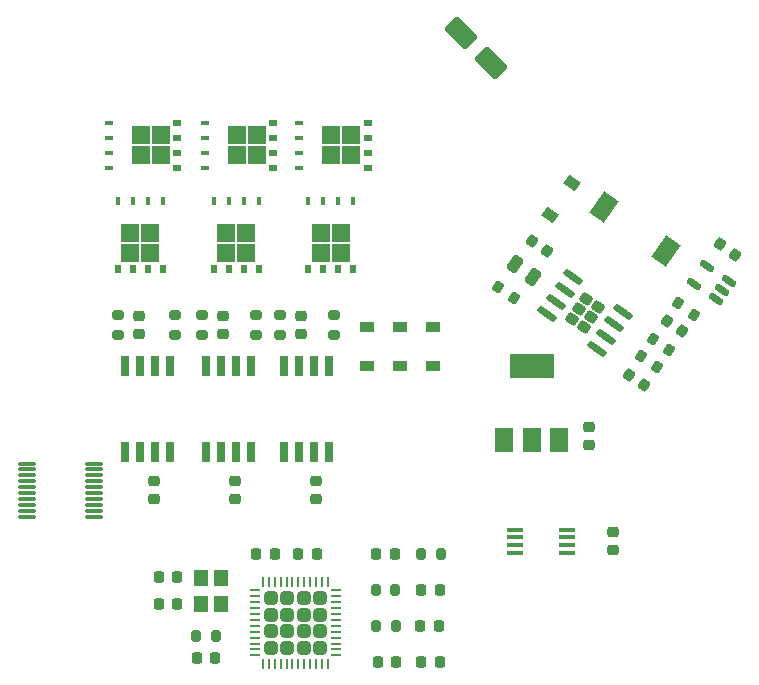
<source format=gbr>
%TF.GenerationSoftware,KiCad,Pcbnew,(6.0.6)*%
%TF.CreationDate,2022-10-05T22:51:16+08:00*%
%TF.ProjectId,rm_foc_driver,726d5f66-6f63-45f6-9472-697665722e6b,rev?*%
%TF.SameCoordinates,Original*%
%TF.FileFunction,Paste,Top*%
%TF.FilePolarity,Positive*%
%FSLAX46Y46*%
G04 Gerber Fmt 4.6, Leading zero omitted, Abs format (unit mm)*
G04 Created by KiCad (PCBNEW (6.0.6)) date 2022-10-05 22:51:16*
%MOMM*%
%LPD*%
G01*
G04 APERTURE LIST*
G04 Aperture macros list*
%AMRoundRect*
0 Rectangle with rounded corners*
0 $1 Rounding radius*
0 $2 $3 $4 $5 $6 $7 $8 $9 X,Y pos of 4 corners*
0 Add a 4 corners polygon primitive as box body*
4,1,4,$2,$3,$4,$5,$6,$7,$8,$9,$2,$3,0*
0 Add four circle primitives for the rounded corners*
1,1,$1+$1,$2,$3*
1,1,$1+$1,$4,$5*
1,1,$1+$1,$6,$7*
1,1,$1+$1,$8,$9*
0 Add four rect primitives between the rounded corners*
20,1,$1+$1,$2,$3,$4,$5,0*
20,1,$1+$1,$4,$5,$6,$7,0*
20,1,$1+$1,$6,$7,$8,$9,0*
20,1,$1+$1,$8,$9,$2,$3,0*%
%AMRotRect*
0 Rectangle, with rotation*
0 The origin of the aperture is its center*
0 $1 length*
0 $2 width*
0 $3 Rotation angle, in degrees counterclockwise*
0 Add horizontal line*
21,1,$1,$2,0,0,$3*%
G04 Aperture macros list end*
%ADD10R,1.200000X0.900000*%
%ADD11R,1.500000X1.500000*%
%ADD12R,0.500000X0.750000*%
%ADD13R,0.400000X0.750000*%
%ADD14RoundRect,0.200000X-0.275000X0.200000X-0.275000X-0.200000X0.275000X-0.200000X0.275000X0.200000X0*%
%ADD15RoundRect,0.200000X0.321564X0.110552X-0.006097X0.339982X-0.321564X-0.110552X0.006097X-0.339982X0*%
%ADD16RoundRect,0.225000X0.225000X0.250000X-0.225000X0.250000X-0.225000X-0.250000X0.225000X-0.250000X0*%
%ADD17RoundRect,0.225000X0.250000X-0.225000X0.250000X0.225000X-0.250000X0.225000X-0.250000X-0.225000X0*%
%ADD18RoundRect,0.075000X-0.662500X-0.075000X0.662500X-0.075000X0.662500X0.075000X-0.662500X0.075000X0*%
%ADD19RoundRect,0.150000X0.505852X-0.171085X-0.333779X0.416831X-0.505852X0.171085X0.333779X-0.416831X0*%
%ADD20R,0.650000X1.700000*%
%ADD21RoundRect,0.200000X-0.200000X-0.275000X0.200000X-0.275000X0.200000X0.275000X-0.200000X0.275000X0*%
%ADD22RoundRect,0.225000X-0.250000X0.225000X-0.250000X-0.225000X0.250000X-0.225000X0.250000X0.225000X0*%
%ADD23R,1.450000X0.450000*%
%ADD24RoundRect,0.250000X0.477237X0.245703X0.067661X0.532491X-0.477237X-0.245703X-0.067661X-0.532491X0*%
%ADD25RoundRect,0.225000X-0.327703X-0.075733X0.040915X-0.333843X0.327703X0.075733X-0.040915X0.333843X0*%
%ADD26RoundRect,0.225000X-0.225000X-0.250000X0.225000X-0.250000X0.225000X0.250000X-0.225000X0.250000X0*%
%ADD27R,0.750000X0.500000*%
%ADD28R,0.750000X0.400000*%
%ADD29RoundRect,0.225000X0.327703X0.075733X-0.040915X0.333843X-0.327703X-0.075733X0.040915X-0.333843X0*%
%ADD30RoundRect,0.222500X-0.371318X-0.011622X0.116077X-0.352900X0.371318X0.011622X-0.116077X0.352900X0*%
%ADD31RoundRect,0.150000X-0.690161X0.300140X0.518088X-0.545885X0.690161X-0.300140X-0.518088X0.545885X0*%
%ADD32RoundRect,0.218750X0.218750X0.256250X-0.218750X0.256250X-0.218750X-0.256250X0.218750X-0.256250X0*%
%ADD33RoundRect,0.200000X-0.321564X-0.110552X0.006097X-0.339982X0.321564X0.110552X-0.006097X0.339982X0*%
%ADD34RoundRect,0.250000X1.131371X-0.353553X-0.353553X1.131371X-1.131371X0.353553X0.353553X-1.131371X0*%
%ADD35RoundRect,0.200000X0.200000X0.275000X-0.200000X0.275000X-0.200000X-0.275000X0.200000X-0.275000X0*%
%ADD36RotRect,0.900000X1.200000X55.000000*%
%ADD37R,1.200000X1.400000*%
%ADD38RoundRect,0.250000X-0.315000X-0.315000X0.315000X-0.315000X0.315000X0.315000X-0.315000X0.315000X0*%
%ADD39RoundRect,0.062500X-0.375000X-0.062500X0.375000X-0.062500X0.375000X0.062500X-0.375000X0.062500X0*%
%ADD40RoundRect,0.062500X-0.062500X-0.375000X0.062500X-0.375000X0.062500X0.375000X-0.062500X0.375000X0*%
%ADD41R,1.500000X2.000000*%
%ADD42R,3.800000X2.000000*%
%ADD43RotRect,1.500000X2.200000X325.000000*%
G04 APERTURE END LIST*
D10*
%TO.C,D4*%
X167386000Y-94870000D03*
X167386000Y-98170000D03*
%TD*%
D11*
%TO.C,Q5*%
X160694000Y-86922000D03*
X160694000Y-88622000D03*
D12*
X160909000Y-90027000D03*
D11*
X162394000Y-86922000D03*
X162394000Y-88622000D03*
D12*
X159639000Y-90027000D03*
X163449000Y-90027000D03*
X162179000Y-90027000D03*
D13*
X163449000Y-84222000D03*
X162179000Y-84222000D03*
X160909000Y-84222000D03*
X159639000Y-84222000D03*
%TD*%
D14*
%TO.C,R13*%
X143510000Y-93917000D03*
X143510000Y-95567000D03*
%TD*%
D15*
%TO.C,R6*%
X177096399Y-92475083D03*
X175744799Y-91528681D03*
%TD*%
D16*
%TO.C,C34*%
X167086000Y-123258000D03*
X165536000Y-123258000D03*
%TD*%
D17*
%TO.C,C14*%
X152400000Y-95517000D03*
X152400000Y-93967000D03*
%TD*%
D18*
%TO.C,U10*%
X135821500Y-106462000D03*
X135821500Y-106962000D03*
X135821500Y-107462000D03*
X135821500Y-107962000D03*
X135821500Y-108462000D03*
X135821500Y-108962000D03*
X135821500Y-109462000D03*
X135821500Y-109962000D03*
X135821500Y-110462000D03*
X135821500Y-110962000D03*
X141546500Y-110962000D03*
X141546500Y-110462000D03*
X141546500Y-109962000D03*
X141546500Y-109462000D03*
X141546500Y-108962000D03*
X141546500Y-108462000D03*
X141546500Y-107962000D03*
X141546500Y-107462000D03*
X141546500Y-106962000D03*
X141546500Y-106462000D03*
%TD*%
D12*
%TO.C,Q1*%
X147320000Y-90027000D03*
D11*
X146265000Y-88622000D03*
X144565000Y-86922000D03*
D12*
X144780000Y-90027000D03*
D11*
X146265000Y-86922000D03*
D12*
X146050000Y-90027000D03*
X143510000Y-90027000D03*
D11*
X144565000Y-88622000D03*
D13*
X147320000Y-84222000D03*
X146050000Y-84222000D03*
X144780000Y-84222000D03*
X143510000Y-84222000D03*
%TD*%
D19*
%TO.C,U2*%
X194161890Y-92560980D03*
X194706787Y-91782785D03*
X195251685Y-91004591D03*
X193388114Y-89699704D03*
X192298319Y-91256093D03*
%TD*%
D10*
%TO.C,D5*%
X170180000Y-94870000D03*
X170180000Y-98170000D03*
%TD*%
D14*
%TO.C,R14*%
X148336000Y-93917000D03*
X148336000Y-95567000D03*
%TD*%
D17*
%TO.C,C1*%
X183388000Y-104915000D03*
X183388000Y-103365000D03*
%TD*%
D20*
%TO.C,U5*%
X151003000Y-105504000D03*
X152273000Y-105504000D03*
X153543000Y-105504000D03*
X154813000Y-105504000D03*
X154813000Y-98204000D03*
X153543000Y-98204000D03*
X152273000Y-98204000D03*
X151003000Y-98204000D03*
%TD*%
D21*
%TO.C,R3*%
X169232000Y-114114000D03*
X170882000Y-114114000D03*
%TD*%
D22*
%TO.C,C10*%
X153416000Y-107937000D03*
X153416000Y-109487000D03*
%TD*%
D16*
%TO.C,C37*%
X166959000Y-114114000D03*
X165409000Y-114114000D03*
%TD*%
D17*
%TO.C,C18*%
X159004000Y-95517000D03*
X159004000Y-93967000D03*
%TD*%
D16*
%TO.C,C9*%
X148574000Y-116107000D03*
X147024000Y-116107000D03*
%TD*%
D14*
%TO.C,R9*%
X150622000Y-93917000D03*
X150622000Y-95567000D03*
%TD*%
D23*
%TO.C,U6*%
X177124000Y-112055000D03*
X177124000Y-112705000D03*
X177124000Y-113355000D03*
X177124000Y-114005000D03*
X181524000Y-114005000D03*
X181524000Y-113355000D03*
X181524000Y-112705000D03*
X181524000Y-112055000D03*
%TD*%
D24*
%TO.C,C3*%
X178680274Y-90697630D03*
X177123886Y-89607834D03*
%TD*%
D11*
%TO.C,Q3*%
X152693000Y-88622000D03*
X152693000Y-86922000D03*
X154393000Y-88622000D03*
D12*
X152908000Y-90027000D03*
X151638000Y-90027000D03*
X155448000Y-90027000D03*
D11*
X154393000Y-86922000D03*
D12*
X154178000Y-90027000D03*
D13*
X155448000Y-84222000D03*
X154178000Y-84222000D03*
X152908000Y-84222000D03*
X151638000Y-84222000D03*
%TD*%
D22*
%TO.C,C12*%
X146558000Y-107924000D03*
X146558000Y-109474000D03*
%TD*%
D14*
%TO.C,R12*%
X155194000Y-93917000D03*
X155194000Y-95567000D03*
%TD*%
D25*
%TO.C,C8*%
X186802412Y-98961226D03*
X188072098Y-99850270D03*
%TD*%
D14*
%TO.C,R16*%
X161798000Y-93917000D03*
X161798000Y-95567000D03*
%TD*%
D16*
%TO.C,C35*%
X156812000Y-114114000D03*
X155262000Y-114114000D03*
%TD*%
D26*
%TO.C,C6*%
X169219000Y-123258000D03*
X170769000Y-123258000D03*
%TD*%
D11*
%TO.C,Q6*%
X163298000Y-78652000D03*
D27*
X164703000Y-81407000D03*
D11*
X161598000Y-80352000D03*
X161598000Y-78652000D03*
X163298000Y-80352000D03*
D27*
X164703000Y-80137000D03*
X164703000Y-78867000D03*
X164703000Y-77597000D03*
D28*
X158898000Y-77597000D03*
X158898000Y-78867000D03*
X158898000Y-80137000D03*
X158898000Y-81407000D03*
%TD*%
D20*
%TO.C,U9*%
X157607000Y-105504000D03*
X158877000Y-105504000D03*
X160147000Y-105504000D03*
X161417000Y-105504000D03*
X161417000Y-98204000D03*
X160147000Y-98204000D03*
X158877000Y-98204000D03*
X157607000Y-98204000D03*
%TD*%
D29*
%TO.C,C2*%
X195741977Y-88786712D03*
X194472291Y-87897668D03*
%TD*%
D20*
%TO.C,U8*%
X144145000Y-105504000D03*
X145415000Y-105504000D03*
X146685000Y-105504000D03*
X147955000Y-105504000D03*
X147955000Y-98204000D03*
X146685000Y-98204000D03*
X145415000Y-98204000D03*
X144145000Y-98204000D03*
%TD*%
D27*
%TO.C,Q4*%
X156702000Y-77597000D03*
X156702000Y-81407000D03*
D11*
X153597000Y-80352000D03*
D27*
X156702000Y-78867000D03*
D11*
X153597000Y-78652000D03*
D27*
X156702000Y-80137000D03*
D11*
X155297000Y-80352000D03*
X155297000Y-78652000D03*
D28*
X150897000Y-77597000D03*
X150897000Y-78867000D03*
X150897000Y-80137000D03*
X150897000Y-81407000D03*
%TD*%
D27*
%TO.C,Q2*%
X148559000Y-80137000D03*
D11*
X145454000Y-80352000D03*
X145454000Y-78652000D03*
D27*
X148559000Y-81407000D03*
X148559000Y-77597000D03*
X148559000Y-78867000D03*
D11*
X147154000Y-78652000D03*
X147154000Y-80352000D03*
D28*
X142754000Y-77597000D03*
X142754000Y-78867000D03*
X142754000Y-80137000D03*
X142754000Y-81407000D03*
%TD*%
D26*
%TO.C,C4*%
X150228000Y-122936000D03*
X151778000Y-122936000D03*
%TD*%
D17*
%TO.C,C17*%
X145288000Y-95517000D03*
X145288000Y-93967000D03*
%TD*%
D30*
%TO.C,U1*%
X182008978Y-94235258D03*
X183582744Y-94079823D03*
X182599762Y-93391531D03*
X183190546Y-92547805D03*
X182991960Y-94923549D03*
X184173528Y-93236096D03*
D31*
X182084839Y-90705403D03*
X181356397Y-91745726D03*
X180627955Y-92786049D03*
X179899513Y-93826372D03*
X184097667Y-96765951D03*
X184826109Y-95725628D03*
X185554551Y-94685305D03*
X186282993Y-93644982D03*
%TD*%
D32*
%TO.C,D2*%
X170717500Y-120210000D03*
X169142500Y-120210000D03*
%TD*%
D10*
%TO.C,D6*%
X164592000Y-94870000D03*
X164592000Y-98170000D03*
%TD*%
D16*
%TO.C,C36*%
X160368000Y-114114000D03*
X158818000Y-114114000D03*
%TD*%
%TO.C,C11*%
X148531500Y-118393000D03*
X146981500Y-118393000D03*
%TD*%
D29*
%TO.C,C7*%
X179823522Y-88493176D03*
X178553836Y-87604132D03*
%TD*%
D21*
%TO.C,R4*%
X165359000Y-117162000D03*
X167009000Y-117162000D03*
%TD*%
D22*
%TO.C,C15*%
X185420000Y-112255000D03*
X185420000Y-113805000D03*
%TD*%
D33*
%TO.C,R7*%
X188873938Y-95915612D03*
X190225538Y-96862014D03*
%TD*%
D22*
%TO.C,C13*%
X160274000Y-107937000D03*
X160274000Y-109487000D03*
%TD*%
D14*
%TO.C,R15*%
X157226000Y-93917000D03*
X157226000Y-95567000D03*
%TD*%
D33*
%TO.C,R2*%
X190986419Y-92898675D03*
X192338019Y-93845077D03*
%TD*%
D25*
%TO.C,C5*%
X190007558Y-94383804D03*
X191277244Y-95272848D03*
%TD*%
D34*
%TO.C,C22*%
X175135792Y-72519792D03*
X172590208Y-69974208D03*
%TD*%
D35*
%TO.C,R1*%
X151828000Y-121031000D03*
X150178000Y-121031000D03*
%TD*%
D36*
%TO.C,D3*%
X180094787Y-85426091D03*
X181987589Y-82722889D03*
%TD*%
D37*
%TO.C,Y1*%
X150573000Y-116166500D03*
X150573000Y-118366500D03*
X152273000Y-118366500D03*
X152273000Y-116166500D03*
%TD*%
D21*
%TO.C,R5*%
X165422000Y-120210000D03*
X167072000Y-120210000D03*
%TD*%
D38*
%TO.C,U3*%
X157864000Y-117856000D03*
X156464000Y-120656000D03*
X156464000Y-122056000D03*
X160664000Y-122056000D03*
X159264000Y-119256000D03*
X157864000Y-120656000D03*
X160664000Y-119256000D03*
X156464000Y-117856000D03*
X159264000Y-122056000D03*
X159264000Y-120656000D03*
X159264000Y-117856000D03*
X157864000Y-122056000D03*
X160664000Y-117856000D03*
X160664000Y-120656000D03*
X156464000Y-119256000D03*
X157864000Y-119256000D03*
D39*
X155126500Y-117206000D03*
X155126500Y-117706000D03*
X155126500Y-118206000D03*
X155126500Y-118706000D03*
X155126500Y-119206000D03*
X155126500Y-119706000D03*
X155126500Y-120206000D03*
X155126500Y-120706000D03*
X155126500Y-121206000D03*
X155126500Y-121706000D03*
X155126500Y-122206000D03*
X155126500Y-122706000D03*
D40*
X155814000Y-123393500D03*
X156314000Y-123393500D03*
X156814000Y-123393500D03*
X157314000Y-123393500D03*
X157814000Y-123393500D03*
X158314000Y-123393500D03*
X158814000Y-123393500D03*
X159314000Y-123393500D03*
X159814000Y-123393500D03*
X160314000Y-123393500D03*
X160814000Y-123393500D03*
X161314000Y-123393500D03*
D39*
X162001500Y-122706000D03*
X162001500Y-122206000D03*
X162001500Y-121706000D03*
X162001500Y-121206000D03*
X162001500Y-120706000D03*
X162001500Y-120206000D03*
X162001500Y-119706000D03*
X162001500Y-119206000D03*
X162001500Y-118706000D03*
X162001500Y-118206000D03*
X162001500Y-117706000D03*
X162001500Y-117206000D03*
D40*
X161314000Y-116518500D03*
X160814000Y-116518500D03*
X160314000Y-116518500D03*
X159814000Y-116518500D03*
X159314000Y-116518500D03*
X158814000Y-116518500D03*
X158314000Y-116518500D03*
X157814000Y-116518500D03*
X157314000Y-116518500D03*
X156814000Y-116518500D03*
X156314000Y-116518500D03*
X155814000Y-116518500D03*
%TD*%
D33*
%TO.C,R8*%
X187854119Y-97372065D03*
X189205719Y-98318467D03*
%TD*%
D41*
%TO.C,U4*%
X176262000Y-104496000D03*
X178562000Y-104496000D03*
D42*
X178562000Y-98196000D03*
D41*
X180862000Y-104496000D03*
%TD*%
D43*
%TO.C,L1*%
X184703713Y-84778555D03*
X189946287Y-88449445D03*
%TD*%
D32*
%TO.C,D1*%
X170781500Y-117162000D03*
X169206500Y-117162000D03*
%TD*%
M02*

</source>
